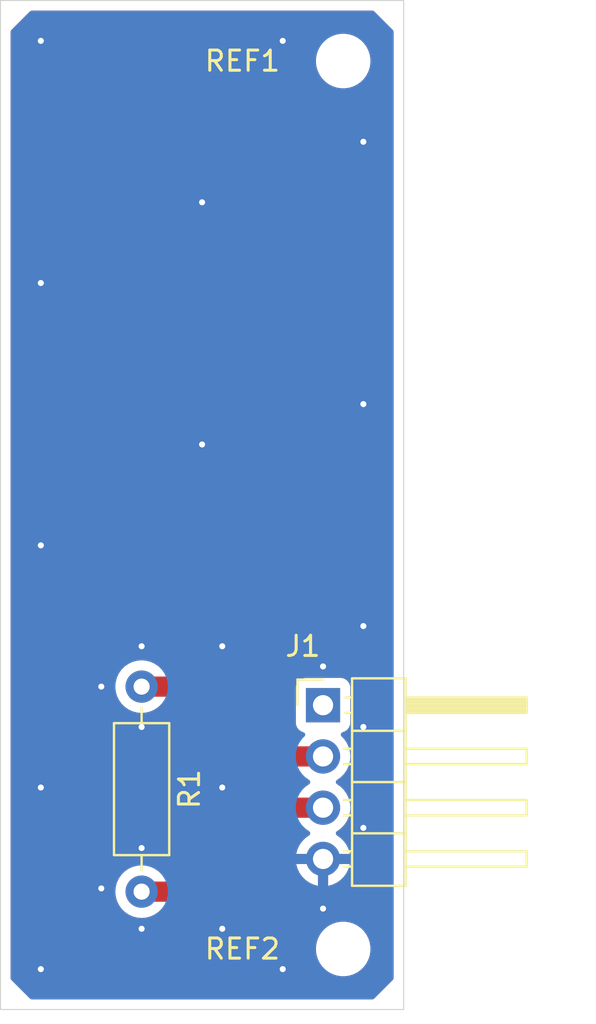
<source format=kicad_pcb>
(kicad_pcb (version 20240108) (generator "pcbnew") (generator_version "8.0")
  (layers (0 "F.Cu" signal) (31 "B.Cu" signal) (34 "B.Paste" user) (35 "F.Paste" user) (36 "B.SilkS" user "B.Silkscreen") (37 "F.SilkS" user "F.Silkscreen") (38 "B.Mask" user) (39 "F.Mask" user) (44 "Edge.Cuts" user))
  (net 0 "")
  (net 1 "Net-(J1-Pin_2)")
  (net 2 "Net-(J1-Pin_3)")
  (net 4 "GND")
  (footprint "Resistor_THT:R_Axial_DIN0207_L6.3mm_D2.5mm_P10.16mm_Horizontal" (layer "F.Cu") (at 165 112 -90)
    (property "Reference" "R1" (at 5.08 -2.37 90) (layer "F.SilkS"))
    (property "Value" "120")
    (fp_line (start 1.81 1.37) (end 8.35 1.37) (stroke (width 0.12)) (layer "F.SilkS"))
    (fp_line (start 8.35 1.37) (end 8.35 -1.37) (stroke (width 0.12)) (layer "F.SilkS"))
    (fp_line (start 1.04 0) (end 1.81 0) (stroke (width 0.12)) (layer "F.SilkS"))
    (fp_line (start 9.12 0) (end 8.35 0) (stroke (width 0.12)) (layer "F.SilkS"))
    (fp_line (start 1.81 -1.37) (end 1.81 1.37) (stroke (width 0.12)) (layer "F.SilkS"))
    (fp_line (start 8.35 -1.37) (end 1.81 -1.37) (stroke (width 0.12)) (layer "F.SilkS"))
    (pad "1" thru_hole circle (at 0 0 270) (size 1.6 1.6) (drill 0.8) (layers "*.Cu" "*.Mask") (net 1 "Net-(J1-Pin_2)"))
    (pad "2" thru_hole oval (at 10.16 0 270) (size 1.6 1.6) (drill 0.8) (layers "*.Cu" "*.Mask") (net 2 "Net-(J1-Pin_3)"))
  )
  (footprint "MountingHole:MountingHole_2.2mm_M2_DIN965" (layer "F.Cu") (at 175 125)
    (property "Reference" "REF2" (at -5 0 0) (layer "F.SilkS"))
    (property "Value" "MountingHole_2.2mm_M2_DIN965")
    (pad "" np_thru_hole circle (at 0 0) (size 2.2 2.2) (drill 2.2) (layers "*.Cu" "*.Mask"))
  )
  (footprint "MountingHole:MountingHole_2.2mm_M2_DIN965" (layer "F.Cu") (at 175 81)
    (property "Reference" "REF1" (at -5 0 0) (layer "F.SilkS"))
    (property "Value" "MountingHole_2.2mm_M2_DIN965")
    (pad "" np_thru_hole circle (at 0 0) (size 2.2 2.2) (drill 2.2) (layers "*.Cu" "*.Mask"))
  )
  (footprint "Connector_PinHeader_2.54mm:PinHeader_1x04_P2.54mm_Horizontal" (layer "F.Cu") (at 174 112.92)
    (property "Reference" "J1" (at -1 -2.92 0) (layer "F.SilkS"))
    (property "Value" "Conn_01x04_Pin")
    (fp_line (start -1.27 -1.27) (end 0 -1.27) (stroke (width 0.12)) (layer "F.SilkS"))
    (fp_line (start -1.27 0) (end -1.27 -1.27) (stroke (width 0.12)) (layer "F.SilkS"))
    (fp_line (start 1.042929 2.16) (end 1.44 2.16) (stroke (width 0.12)) (layer "F.SilkS"))
    (fp_line (start 1.042929 2.92) (end 1.44 2.92) (stroke (width 0.12)) (layer "F.SilkS"))
    (fp_line (start 1.042929 4.7) (end 1.44 4.7) (stroke (width 0.12)) (layer "F.SilkS"))
    (fp_line (start 1.042929 5.46) (end 1.44 5.46) (stroke (width 0.12)) (layer "F.SilkS"))
    (fp_line (start 1.042929 7.24) (end 1.44 7.24) (stroke (width 0.12)) (layer "F.SilkS"))
    (fp_line (start 1.042929 8) (end 1.44 8) (stroke (width 0.12)) (layer "F.SilkS"))
    (fp_line (start 1.11 -0.38) (end 1.44 -0.38) (stroke (width 0.12)) (layer "F.SilkS"))
    (fp_line (start 1.11 0.38) (end 1.44 0.38) (stroke (width 0.12)) (layer "F.SilkS"))
    (fp_line (start 1.44 -1.33) (end 1.44 8.95) (stroke (width 0.12)) (layer "F.SilkS"))
    (fp_line (start 1.44 1.27) (end 4.1 1.27) (stroke (width 0.12)) (layer "F.SilkS"))
    (fp_line (start 1.44 3.81) (end 4.1 3.81) (stroke (width 0.12)) (layer "F.SilkS"))
    (fp_line (start 1.44 6.35) (end 4.1 6.35) (stroke (width 0.12)) (layer "F.SilkS"))
    (fp_line (start 1.44 8.95) (end 4.1 8.95) (stroke (width 0.12)) (layer "F.SilkS"))
    (fp_line (start 4.1 -1.33) (end 1.44 -1.33) (stroke (width 0.12)) (layer "F.SilkS"))
    (fp_line (start 4.1 -0.38) (end 10.1 -0.38) (stroke (width 0.12)) (layer "F.SilkS"))
    (fp_line (start 4.1 -0.32) (end 10.1 -0.32) (stroke (width 0.12)) (layer "F.SilkS"))
    (fp_line (start 4.1 -0.2) (end 10.1 -0.2) (stroke (width 0.12)) (layer "F.SilkS"))
    (fp_line (start 4.1 -0.08) (end 10.1 -0.08) (stroke (width 0.12)) (layer "F.SilkS"))
    (fp_line (start 4.1 0.04) (end 10.1 0.04) (stroke (width 0.12)) (layer "F.SilkS"))
    (fp_line (start 4.1 0.16) (end 10.1 0.16) (stroke (width 0.12)) (layer "F.SilkS"))
    (fp_line (start 4.1 0.28) (end 10.1 0.28) (stroke (width 0.12)) (layer "F.SilkS"))
    (fp_line (start 4.1 2.16) (end 10.1 2.16) (stroke (width 0.12)) (layer "F.SilkS"))
    (fp_line (start 4.1 4.7) (end 10.1 4.7) (stroke (width 0.12)) (layer "F.SilkS"))
    (fp_line (start 4.1 7.24) (end 10.1 7.24) (stroke (width 0.12)) (layer "F.SilkS"))
    (fp_line (start 4.1 8.95) (end 4.1 -1.33) (stroke (width 0.12)) (layer "F.SilkS"))
    (fp_line (start 10.1 -0.38) (end 10.1 0.38) (stroke (width 0.12)) (layer "F.SilkS"))
    (fp_line (start 10.1 0.38) (end 4.1 0.38) (stroke (width 0.12)) (layer "F.SilkS"))
    (fp_line (start 10.1 2.16) (end 10.1 2.92) (stroke (width 0.12)) (layer "F.SilkS"))
    (fp_line (start 10.1 2.92) (end 4.1 2.92) (stroke (width 0.12)) (layer "F.SilkS"))
    (fp_line (start 10.1 4.7) (end 10.1 5.46) (stroke (width 0.12)) (layer "F.SilkS"))
    (fp_line (start 10.1 5.46) (end 4.1 5.46) (stroke (width 0.12)) (layer "F.SilkS"))
    (fp_line (start 10.1 7.24) (end 10.1 8) (stroke (width 0.12)) (layer "F.SilkS"))
    (fp_line (start 10.1 8) (end 4.1 8) (stroke (width 0.12)) (layer "F.SilkS"))
    (pad "1" thru_hole rect (at 0 0) (size 1.7 1.7) (drill 1) (layers "*.Cu" "*.Mask"))
    (pad "2" thru_hole oval (at 0 2.54) (size 1.7 1.7) (drill 1) (layers "*.Cu" "*.Mask") (net 1 "Net-(J1-Pin_2)"))
    (pad "3" thru_hole oval (at 0 5.08) (size 1.7 1.7) (drill 1) (layers "*.Cu" "*.Mask") (net 2 "Net-(J1-Pin_3)"))
    (pad "4" thru_hole oval (at 0 7.62) (size 1.7 1.7) (drill 1) (layers "*.Cu" "*.Mask") (net 4 "GND"))
  )
  (gr_rect (start 158 78) (end 178 128) (stroke (width 0.05)) (fill none) (layer "Edge.Cuts"))
  (segment (start 171.46 115.46) (end 168 112) (width 1) (layer "F.Cu") (net 1))
  (segment (start 168 112) (end 165 112) (width 1) (layer "F.Cu") (net 1))
  (segment (start 174 115.46) (end 171.46 115.46) (width 1) (layer "F.Cu") (net 1))
  (segment (start 174 118) (end 172 118) (width 1) (layer "F.Cu") (net 2))
  (segment (start 167.84 122.16) (end 165 122.16) (width 1) (layer "F.Cu") (net 2))
  (segment (start 172 118) (end 167.84 122.16) (width 1) (layer "F.Cu") (net 2))
  (via (at 165 124) (size 0.6) (drill 0.3) (layers "F.Cu" "B.Cu") (net 4))
  (via (at 174 123) (size 0.6) (drill 0.3) (layers "F.Cu" "B.Cu") (net 4))
  (via (at 165 120) (size 0.6) (drill 0.3) (layers "F.Cu" "B.Cu") (net 4))
  (via (at 160 126) (size 0.6) (drill 0.3) (layers "F.Cu" "B.Cu") (net 4))
  (via (at 169 110) (size 0.6) (drill 0.3) (layers "F.Cu" "B.Cu") (net 4))
  (via (at 163 112) (size 0.6) (drill 0.3) (layers "F.Cu" "B.Cu") (net 4))
  (via (at 168 88) (size 0.6) (drill 0.3) (layers "F.Cu" "B.Cu") (net 4))
  (via (at 160 80) (size 0.6) (drill 0.3) (layers "F.Cu" "B.Cu") (net 4))
  (via (at 160 117) (size 0.6) (drill 0.3) (layers "F.Cu" "B.Cu") (net 4))
  (via (at 176 85) (size 0.6) (drill 0.3) (layers "F.Cu" "B.Cu") (net 4))
  (via (at 174 111) (size 0.6) (drill 0.3) (layers "F.Cu" "B.Cu") (net 4))
  (via (at 163 122) (size 0.6) (drill 0.3) (layers "F.Cu" "B.Cu") (net 4))
  (via (at 176 114) (size 0.6) (drill 0.3) (layers "F.Cu" "B.Cu") (net 4))
  (via (at 165 110) (size 0.6) (drill 0.3) (layers "F.Cu" "B.Cu") (net 4))
  (via (at 176 98) (size 0.6) (drill 0.3) (layers "F.Cu" "B.Cu") (net 4))
  (via (at 176 119) (size 0.6) (drill 0.3) (layers "F.Cu" "B.Cu") (net 4))
  (via (at 169 124) (size 0.6) (drill 0.3) (layers "F.Cu" "B.Cu") (net 4))
  (via (at 160 92) (size 0.6) (drill 0.3) (layers "F.Cu" "B.Cu") (net 4))
  (via (at 172 126) (size 0.6) (drill 0.3) (layers "F.Cu" "B.Cu") (net 4))
  (via (at 169 117) (size 0.6) (drill 0.3) (layers "F.Cu" "B.Cu") (net 4))
  (via (at 172 80) (size 0.6) (drill 0.3) (layers "F.Cu" "B.Cu") (net 4))
  (via (at 165 114) (size 0.6) (drill 0.3) (layers "F.Cu" "B.Cu") (net 4))
  (via (at 160 105) (size 0.6) (drill 0.3) (layers "F.Cu" "B.Cu") (net 4))
  (via (at 168 100) (size 0.6) (drill 0.3) (layers "F.Cu" "B.Cu") (net 4))
  (via (at 176 109) (size 0.6) (drill 0.3) (layers "F.Cu" "B.Cu") (net 4))
  (zone (net 4) (net_name "GND") (layers "F&B.Cu") (connect_pads (clearance 0.5)) (min_thickness 0.25) (fill yes (thermal_gap 0.5) (thermal_bridge_width 0.5) (smoothing chamfer) (radius 2))
    (polygon (pts (xy 158 128) (xy 158 78) (xy 178 78) (xy 178 128)))
  )
)
</source>
